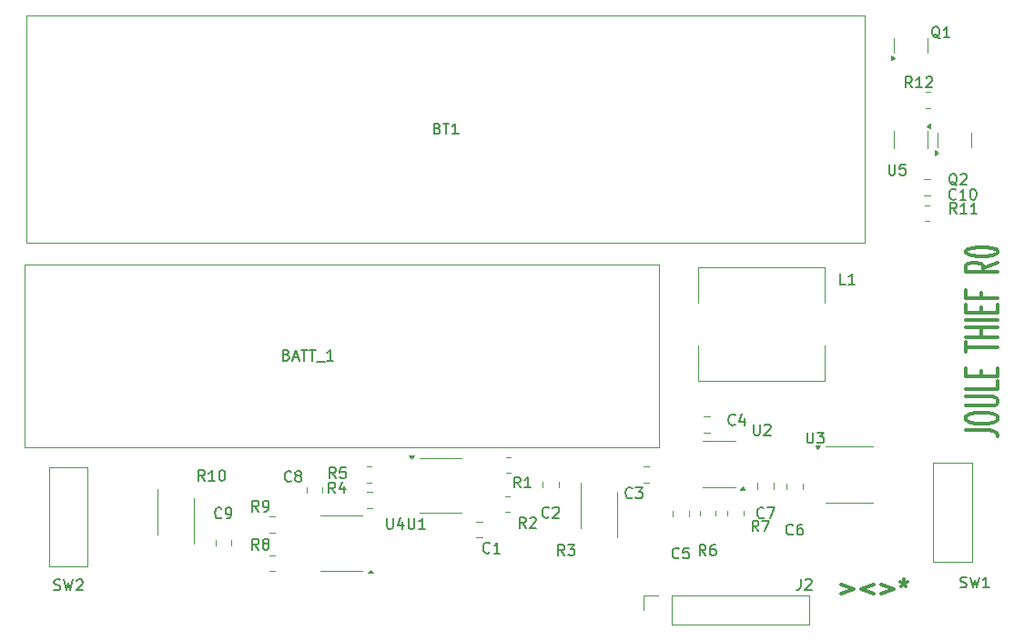
<source format=gto>
%TF.GenerationSoftware,KiCad,Pcbnew,9.0.0*%
%TF.CreationDate,2025-03-15T23:12:27-07:00*%
%TF.ProjectId,Joule-Thief_R6,4a6f756c-652d-4546-9869-65665f52362e,5*%
%TF.SameCoordinates,Original*%
%TF.FileFunction,Legend,Top*%
%TF.FilePolarity,Positive*%
%FSLAX46Y46*%
G04 Gerber Fmt 4.6, Leading zero omitted, Abs format (unit mm)*
G04 Created by KiCad (PCBNEW 9.0.0) date 2025-03-15 23:12:27*
%MOMM*%
%LPD*%
G01*
G04 APERTURE LIST*
%ADD10C,0.375000*%
%ADD11C,0.160000*%
%ADD12C,0.120000*%
%ADD13C,0.100000*%
G04 APERTURE END LIST*
D10*
X148213357Y-70467575D02*
X150356214Y-70467575D01*
X150356214Y-70467575D02*
X150784785Y-70539004D01*
X150784785Y-70539004D02*
X151070500Y-70681861D01*
X151070500Y-70681861D02*
X151213357Y-70896147D01*
X151213357Y-70896147D02*
X151213357Y-71039004D01*
X148213357Y-69467575D02*
X148213357Y-69181861D01*
X148213357Y-69181861D02*
X148356214Y-69039004D01*
X148356214Y-69039004D02*
X148641928Y-68896147D01*
X148641928Y-68896147D02*
X149213357Y-68824718D01*
X149213357Y-68824718D02*
X150213357Y-68824718D01*
X150213357Y-68824718D02*
X150784785Y-68896147D01*
X150784785Y-68896147D02*
X151070500Y-69039004D01*
X151070500Y-69039004D02*
X151213357Y-69181861D01*
X151213357Y-69181861D02*
X151213357Y-69467575D01*
X151213357Y-69467575D02*
X151070500Y-69610433D01*
X151070500Y-69610433D02*
X150784785Y-69753290D01*
X150784785Y-69753290D02*
X150213357Y-69824718D01*
X150213357Y-69824718D02*
X149213357Y-69824718D01*
X149213357Y-69824718D02*
X148641928Y-69753290D01*
X148641928Y-69753290D02*
X148356214Y-69610433D01*
X148356214Y-69610433D02*
X148213357Y-69467575D01*
X148213357Y-68181861D02*
X150641928Y-68181861D01*
X150641928Y-68181861D02*
X150927642Y-68110432D01*
X150927642Y-68110432D02*
X151070500Y-68039004D01*
X151070500Y-68039004D02*
X151213357Y-67896146D01*
X151213357Y-67896146D02*
X151213357Y-67610432D01*
X151213357Y-67610432D02*
X151070500Y-67467575D01*
X151070500Y-67467575D02*
X150927642Y-67396146D01*
X150927642Y-67396146D02*
X150641928Y-67324718D01*
X150641928Y-67324718D02*
X148213357Y-67324718D01*
X151213357Y-65896146D02*
X151213357Y-66610432D01*
X151213357Y-66610432D02*
X148213357Y-66610432D01*
X149641928Y-65396146D02*
X149641928Y-64896146D01*
X151213357Y-64681860D02*
X151213357Y-65396146D01*
X151213357Y-65396146D02*
X148213357Y-65396146D01*
X148213357Y-65396146D02*
X148213357Y-64681860D01*
X148213357Y-63110431D02*
X148213357Y-62253289D01*
X151213357Y-62681860D02*
X148213357Y-62681860D01*
X151213357Y-61753289D02*
X148213357Y-61753289D01*
X149641928Y-61753289D02*
X149641928Y-60896146D01*
X151213357Y-60896146D02*
X148213357Y-60896146D01*
X151213357Y-60181860D02*
X148213357Y-60181860D01*
X149641928Y-59467574D02*
X149641928Y-58967574D01*
X151213357Y-58753288D02*
X151213357Y-59467574D01*
X151213357Y-59467574D02*
X148213357Y-59467574D01*
X148213357Y-59467574D02*
X148213357Y-58753288D01*
X149641928Y-57610431D02*
X149641928Y-58110431D01*
X151213357Y-58110431D02*
X148213357Y-58110431D01*
X148213357Y-58110431D02*
X148213357Y-57396145D01*
X151213357Y-54824717D02*
X149784785Y-55324717D01*
X151213357Y-55681860D02*
X148213357Y-55681860D01*
X148213357Y-55681860D02*
X148213357Y-55110431D01*
X148213357Y-55110431D02*
X148356214Y-54967574D01*
X148356214Y-54967574D02*
X148499071Y-54896145D01*
X148499071Y-54896145D02*
X148784785Y-54824717D01*
X148784785Y-54824717D02*
X149213357Y-54824717D01*
X149213357Y-54824717D02*
X149499071Y-54896145D01*
X149499071Y-54896145D02*
X149641928Y-54967574D01*
X149641928Y-54967574D02*
X149784785Y-55110431D01*
X149784785Y-55110431D02*
X149784785Y-55681860D01*
X148213357Y-53896145D02*
X148213357Y-53753288D01*
X148213357Y-53753288D02*
X148356214Y-53610431D01*
X148356214Y-53610431D02*
X148499071Y-53539003D01*
X148499071Y-53539003D02*
X148784785Y-53467574D01*
X148784785Y-53467574D02*
X149356214Y-53396145D01*
X149356214Y-53396145D02*
X150070500Y-53396145D01*
X150070500Y-53396145D02*
X150641928Y-53467574D01*
X150641928Y-53467574D02*
X150927642Y-53539003D01*
X150927642Y-53539003D02*
X151070500Y-53610431D01*
X151070500Y-53610431D02*
X151213357Y-53753288D01*
X151213357Y-53753288D02*
X151213357Y-53896145D01*
X151213357Y-53896145D02*
X151070500Y-54039003D01*
X151070500Y-54039003D02*
X150927642Y-54110431D01*
X150927642Y-54110431D02*
X150641928Y-54181860D01*
X150641928Y-54181860D02*
X150070500Y-54253288D01*
X150070500Y-54253288D02*
X149356214Y-54253288D01*
X149356214Y-54253288D02*
X148784785Y-54181860D01*
X148784785Y-54181860D02*
X148499071Y-54110431D01*
X148499071Y-54110431D02*
X148356214Y-54039003D01*
X148356214Y-54039003D02*
X148213357Y-53896145D01*
X136653852Y-84846928D02*
X137796710Y-85275500D01*
X137796710Y-85275500D02*
X136653852Y-85704071D01*
X139653853Y-84846928D02*
X138510995Y-85275500D01*
X138510995Y-85275500D02*
X139653853Y-85704071D01*
X140368138Y-84846928D02*
X141510996Y-85275500D01*
X141510996Y-85275500D02*
X140368138Y-85704071D01*
X142439567Y-84346928D02*
X142439567Y-84704071D01*
X142082424Y-84561214D02*
X142439567Y-84704071D01*
X142439567Y-84704071D02*
X142796710Y-84561214D01*
X142225281Y-84989785D02*
X142439567Y-84704071D01*
X142439567Y-84704071D02*
X142653853Y-84989785D01*
D11*
X94363095Y-78629299D02*
X94363095Y-79438822D01*
X94363095Y-79438822D02*
X94410714Y-79534060D01*
X94410714Y-79534060D02*
X94458333Y-79581680D01*
X94458333Y-79581680D02*
X94553571Y-79629299D01*
X94553571Y-79629299D02*
X94744047Y-79629299D01*
X94744047Y-79629299D02*
X94839285Y-79581680D01*
X94839285Y-79581680D02*
X94886904Y-79534060D01*
X94886904Y-79534060D02*
X94934523Y-79438822D01*
X94934523Y-79438822D02*
X94934523Y-78629299D01*
X95839285Y-78962632D02*
X95839285Y-79629299D01*
X95601190Y-78581680D02*
X95363095Y-79295965D01*
X95363095Y-79295965D02*
X95982142Y-79295965D01*
X89608333Y-74904299D02*
X89275000Y-74428108D01*
X89036905Y-74904299D02*
X89036905Y-73904299D01*
X89036905Y-73904299D02*
X89417857Y-73904299D01*
X89417857Y-73904299D02*
X89513095Y-73951918D01*
X89513095Y-73951918D02*
X89560714Y-73999537D01*
X89560714Y-73999537D02*
X89608333Y-74094775D01*
X89608333Y-74094775D02*
X89608333Y-74237632D01*
X89608333Y-74237632D02*
X89560714Y-74332870D01*
X89560714Y-74332870D02*
X89513095Y-74380489D01*
X89513095Y-74380489D02*
X89417857Y-74428108D01*
X89417857Y-74428108D02*
X89036905Y-74428108D01*
X90513095Y-73904299D02*
X90036905Y-73904299D01*
X90036905Y-73904299D02*
X89989286Y-74380489D01*
X89989286Y-74380489D02*
X90036905Y-74332870D01*
X90036905Y-74332870D02*
X90132143Y-74285251D01*
X90132143Y-74285251D02*
X90370238Y-74285251D01*
X90370238Y-74285251D02*
X90465476Y-74332870D01*
X90465476Y-74332870D02*
X90513095Y-74380489D01*
X90513095Y-74380489D02*
X90560714Y-74475727D01*
X90560714Y-74475727D02*
X90560714Y-74713822D01*
X90560714Y-74713822D02*
X90513095Y-74809060D01*
X90513095Y-74809060D02*
X90465476Y-74856680D01*
X90465476Y-74856680D02*
X90370238Y-74904299D01*
X90370238Y-74904299D02*
X90132143Y-74904299D01*
X90132143Y-74904299D02*
X90036905Y-74856680D01*
X90036905Y-74856680D02*
X89989286Y-74809060D01*
X89558333Y-76304299D02*
X89225000Y-75828108D01*
X88986905Y-76304299D02*
X88986905Y-75304299D01*
X88986905Y-75304299D02*
X89367857Y-75304299D01*
X89367857Y-75304299D02*
X89463095Y-75351918D01*
X89463095Y-75351918D02*
X89510714Y-75399537D01*
X89510714Y-75399537D02*
X89558333Y-75494775D01*
X89558333Y-75494775D02*
X89558333Y-75637632D01*
X89558333Y-75637632D02*
X89510714Y-75732870D01*
X89510714Y-75732870D02*
X89463095Y-75780489D01*
X89463095Y-75780489D02*
X89367857Y-75828108D01*
X89367857Y-75828108D02*
X88986905Y-75828108D01*
X90415476Y-75637632D02*
X90415476Y-76304299D01*
X90177381Y-75256680D02*
X89939286Y-75970965D01*
X89939286Y-75970965D02*
X90558333Y-75970965D01*
X99064285Y-42330489D02*
X99207142Y-42378108D01*
X99207142Y-42378108D02*
X99254761Y-42425727D01*
X99254761Y-42425727D02*
X99302380Y-42520965D01*
X99302380Y-42520965D02*
X99302380Y-42663822D01*
X99302380Y-42663822D02*
X99254761Y-42759060D01*
X99254761Y-42759060D02*
X99207142Y-42806680D01*
X99207142Y-42806680D02*
X99111904Y-42854299D01*
X99111904Y-42854299D02*
X98730952Y-42854299D01*
X98730952Y-42854299D02*
X98730952Y-41854299D01*
X98730952Y-41854299D02*
X99064285Y-41854299D01*
X99064285Y-41854299D02*
X99159523Y-41901918D01*
X99159523Y-41901918D02*
X99207142Y-41949537D01*
X99207142Y-41949537D02*
X99254761Y-42044775D01*
X99254761Y-42044775D02*
X99254761Y-42140013D01*
X99254761Y-42140013D02*
X99207142Y-42235251D01*
X99207142Y-42235251D02*
X99159523Y-42282870D01*
X99159523Y-42282870D02*
X99064285Y-42330489D01*
X99064285Y-42330489D02*
X98730952Y-42330489D01*
X99588095Y-41854299D02*
X100159523Y-41854299D01*
X99873809Y-42854299D02*
X99873809Y-41854299D01*
X101016666Y-42854299D02*
X100445238Y-42854299D01*
X100730952Y-42854299D02*
X100730952Y-41854299D01*
X100730952Y-41854299D02*
X100635714Y-41997156D01*
X100635714Y-41997156D02*
X100540476Y-42092394D01*
X100540476Y-42092394D02*
X100445238Y-42140013D01*
X137033333Y-56854299D02*
X136557143Y-56854299D01*
X136557143Y-56854299D02*
X136557143Y-55854299D01*
X137890476Y-56854299D02*
X137319048Y-56854299D01*
X137604762Y-56854299D02*
X137604762Y-55854299D01*
X137604762Y-55854299D02*
X137509524Y-55997156D01*
X137509524Y-55997156D02*
X137414286Y-56092394D01*
X137414286Y-56092394D02*
X137319048Y-56140013D01*
X147716667Y-85056680D02*
X147859524Y-85104299D01*
X147859524Y-85104299D02*
X148097619Y-85104299D01*
X148097619Y-85104299D02*
X148192857Y-85056680D01*
X148192857Y-85056680D02*
X148240476Y-85009060D01*
X148240476Y-85009060D02*
X148288095Y-84913822D01*
X148288095Y-84913822D02*
X148288095Y-84818584D01*
X148288095Y-84818584D02*
X148240476Y-84723346D01*
X148240476Y-84723346D02*
X148192857Y-84675727D01*
X148192857Y-84675727D02*
X148097619Y-84628108D01*
X148097619Y-84628108D02*
X147907143Y-84580489D01*
X147907143Y-84580489D02*
X147811905Y-84532870D01*
X147811905Y-84532870D02*
X147764286Y-84485251D01*
X147764286Y-84485251D02*
X147716667Y-84390013D01*
X147716667Y-84390013D02*
X147716667Y-84294775D01*
X147716667Y-84294775D02*
X147764286Y-84199537D01*
X147764286Y-84199537D02*
X147811905Y-84151918D01*
X147811905Y-84151918D02*
X147907143Y-84104299D01*
X147907143Y-84104299D02*
X148145238Y-84104299D01*
X148145238Y-84104299D02*
X148288095Y-84151918D01*
X148621429Y-84104299D02*
X148859524Y-85104299D01*
X148859524Y-85104299D02*
X149050000Y-84390013D01*
X149050000Y-84390013D02*
X149240476Y-85104299D01*
X149240476Y-85104299D02*
X149478572Y-84104299D01*
X150383333Y-85104299D02*
X149811905Y-85104299D01*
X150097619Y-85104299D02*
X150097619Y-84104299D01*
X150097619Y-84104299D02*
X150002381Y-84247156D01*
X150002381Y-84247156D02*
X149907143Y-84342394D01*
X149907143Y-84342394D02*
X149811905Y-84390013D01*
X63416667Y-85306680D02*
X63559524Y-85354299D01*
X63559524Y-85354299D02*
X63797619Y-85354299D01*
X63797619Y-85354299D02*
X63892857Y-85306680D01*
X63892857Y-85306680D02*
X63940476Y-85259060D01*
X63940476Y-85259060D02*
X63988095Y-85163822D01*
X63988095Y-85163822D02*
X63988095Y-85068584D01*
X63988095Y-85068584D02*
X63940476Y-84973346D01*
X63940476Y-84973346D02*
X63892857Y-84925727D01*
X63892857Y-84925727D02*
X63797619Y-84878108D01*
X63797619Y-84878108D02*
X63607143Y-84830489D01*
X63607143Y-84830489D02*
X63511905Y-84782870D01*
X63511905Y-84782870D02*
X63464286Y-84735251D01*
X63464286Y-84735251D02*
X63416667Y-84640013D01*
X63416667Y-84640013D02*
X63416667Y-84544775D01*
X63416667Y-84544775D02*
X63464286Y-84449537D01*
X63464286Y-84449537D02*
X63511905Y-84401918D01*
X63511905Y-84401918D02*
X63607143Y-84354299D01*
X63607143Y-84354299D02*
X63845238Y-84354299D01*
X63845238Y-84354299D02*
X63988095Y-84401918D01*
X64321429Y-84354299D02*
X64559524Y-85354299D01*
X64559524Y-85354299D02*
X64750000Y-84640013D01*
X64750000Y-84640013D02*
X64940476Y-85354299D01*
X64940476Y-85354299D02*
X65178572Y-84354299D01*
X65511905Y-84449537D02*
X65559524Y-84401918D01*
X65559524Y-84401918D02*
X65654762Y-84354299D01*
X65654762Y-84354299D02*
X65892857Y-84354299D01*
X65892857Y-84354299D02*
X65988095Y-84401918D01*
X65988095Y-84401918D02*
X66035714Y-84449537D01*
X66035714Y-84449537D02*
X66083333Y-84544775D01*
X66083333Y-84544775D02*
X66083333Y-84640013D01*
X66083333Y-84640013D02*
X66035714Y-84782870D01*
X66035714Y-84782870D02*
X65464286Y-85354299D01*
X65464286Y-85354299D02*
X66083333Y-85354299D01*
X85026309Y-63430489D02*
X85169166Y-63478108D01*
X85169166Y-63478108D02*
X85216785Y-63525727D01*
X85216785Y-63525727D02*
X85264404Y-63620965D01*
X85264404Y-63620965D02*
X85264404Y-63763822D01*
X85264404Y-63763822D02*
X85216785Y-63859060D01*
X85216785Y-63859060D02*
X85169166Y-63906680D01*
X85169166Y-63906680D02*
X85073928Y-63954299D01*
X85073928Y-63954299D02*
X84692976Y-63954299D01*
X84692976Y-63954299D02*
X84692976Y-62954299D01*
X84692976Y-62954299D02*
X85026309Y-62954299D01*
X85026309Y-62954299D02*
X85121547Y-63001918D01*
X85121547Y-63001918D02*
X85169166Y-63049537D01*
X85169166Y-63049537D02*
X85216785Y-63144775D01*
X85216785Y-63144775D02*
X85216785Y-63240013D01*
X85216785Y-63240013D02*
X85169166Y-63335251D01*
X85169166Y-63335251D02*
X85121547Y-63382870D01*
X85121547Y-63382870D02*
X85026309Y-63430489D01*
X85026309Y-63430489D02*
X84692976Y-63430489D01*
X85645357Y-63668584D02*
X86121547Y-63668584D01*
X85550119Y-63954299D02*
X85883452Y-62954299D01*
X85883452Y-62954299D02*
X86216785Y-63954299D01*
X86407262Y-62954299D02*
X86978690Y-62954299D01*
X86692976Y-63954299D02*
X86692976Y-62954299D01*
X87169167Y-62954299D02*
X87740595Y-62954299D01*
X87454881Y-63954299D02*
X87454881Y-62954299D01*
X87835834Y-64049537D02*
X88597738Y-64049537D01*
X89359643Y-63954299D02*
X88788215Y-63954299D01*
X89073929Y-63954299D02*
X89073929Y-62954299D01*
X89073929Y-62954299D02*
X88978691Y-63097156D01*
X88978691Y-63097156D02*
X88883453Y-63192394D01*
X88883453Y-63192394D02*
X88788215Y-63240013D01*
X106783333Y-75804299D02*
X106450000Y-75328108D01*
X106211905Y-75804299D02*
X106211905Y-74804299D01*
X106211905Y-74804299D02*
X106592857Y-74804299D01*
X106592857Y-74804299D02*
X106688095Y-74851918D01*
X106688095Y-74851918D02*
X106735714Y-74899537D01*
X106735714Y-74899537D02*
X106783333Y-74994775D01*
X106783333Y-74994775D02*
X106783333Y-75137632D01*
X106783333Y-75137632D02*
X106735714Y-75232870D01*
X106735714Y-75232870D02*
X106688095Y-75280489D01*
X106688095Y-75280489D02*
X106592857Y-75328108D01*
X106592857Y-75328108D02*
X106211905Y-75328108D01*
X107735714Y-75804299D02*
X107164286Y-75804299D01*
X107450000Y-75804299D02*
X107450000Y-74804299D01*
X107450000Y-74804299D02*
X107354762Y-74947156D01*
X107354762Y-74947156D02*
X107259524Y-75042394D01*
X107259524Y-75042394D02*
X107164286Y-75090013D01*
X133438095Y-70654299D02*
X133438095Y-71463822D01*
X133438095Y-71463822D02*
X133485714Y-71559060D01*
X133485714Y-71559060D02*
X133533333Y-71606680D01*
X133533333Y-71606680D02*
X133628571Y-71654299D01*
X133628571Y-71654299D02*
X133819047Y-71654299D01*
X133819047Y-71654299D02*
X133914285Y-71606680D01*
X133914285Y-71606680D02*
X133961904Y-71559060D01*
X133961904Y-71559060D02*
X134009523Y-71463822D01*
X134009523Y-71463822D02*
X134009523Y-70654299D01*
X134390476Y-70654299D02*
X135009523Y-70654299D01*
X135009523Y-70654299D02*
X134676190Y-71035251D01*
X134676190Y-71035251D02*
X134819047Y-71035251D01*
X134819047Y-71035251D02*
X134914285Y-71082870D01*
X134914285Y-71082870D02*
X134961904Y-71130489D01*
X134961904Y-71130489D02*
X135009523Y-71225727D01*
X135009523Y-71225727D02*
X135009523Y-71463822D01*
X135009523Y-71463822D02*
X134961904Y-71559060D01*
X134961904Y-71559060D02*
X134914285Y-71606680D01*
X134914285Y-71606680D02*
X134819047Y-71654299D01*
X134819047Y-71654299D02*
X134533333Y-71654299D01*
X134533333Y-71654299D02*
X134438095Y-71606680D01*
X134438095Y-71606680D02*
X134390476Y-71559060D01*
X128488095Y-69904299D02*
X128488095Y-70713822D01*
X128488095Y-70713822D02*
X128535714Y-70809060D01*
X128535714Y-70809060D02*
X128583333Y-70856680D01*
X128583333Y-70856680D02*
X128678571Y-70904299D01*
X128678571Y-70904299D02*
X128869047Y-70904299D01*
X128869047Y-70904299D02*
X128964285Y-70856680D01*
X128964285Y-70856680D02*
X129011904Y-70809060D01*
X129011904Y-70809060D02*
X129059523Y-70713822D01*
X129059523Y-70713822D02*
X129059523Y-69904299D01*
X129488095Y-69999537D02*
X129535714Y-69951918D01*
X129535714Y-69951918D02*
X129630952Y-69904299D01*
X129630952Y-69904299D02*
X129869047Y-69904299D01*
X129869047Y-69904299D02*
X129964285Y-69951918D01*
X129964285Y-69951918D02*
X130011904Y-69999537D01*
X130011904Y-69999537D02*
X130059523Y-70094775D01*
X130059523Y-70094775D02*
X130059523Y-70190013D01*
X130059523Y-70190013D02*
X130011904Y-70332870D01*
X130011904Y-70332870D02*
X129440476Y-70904299D01*
X129440476Y-70904299D02*
X130059523Y-70904299D01*
X117183333Y-76696560D02*
X117135714Y-76744180D01*
X117135714Y-76744180D02*
X116992857Y-76791799D01*
X116992857Y-76791799D02*
X116897619Y-76791799D01*
X116897619Y-76791799D02*
X116754762Y-76744180D01*
X116754762Y-76744180D02*
X116659524Y-76648941D01*
X116659524Y-76648941D02*
X116611905Y-76553703D01*
X116611905Y-76553703D02*
X116564286Y-76363227D01*
X116564286Y-76363227D02*
X116564286Y-76220370D01*
X116564286Y-76220370D02*
X116611905Y-76029894D01*
X116611905Y-76029894D02*
X116659524Y-75934656D01*
X116659524Y-75934656D02*
X116754762Y-75839418D01*
X116754762Y-75839418D02*
X116897619Y-75791799D01*
X116897619Y-75791799D02*
X116992857Y-75791799D01*
X116992857Y-75791799D02*
X117135714Y-75839418D01*
X117135714Y-75839418D02*
X117183333Y-75887037D01*
X117516667Y-75791799D02*
X118135714Y-75791799D01*
X118135714Y-75791799D02*
X117802381Y-76172751D01*
X117802381Y-76172751D02*
X117945238Y-76172751D01*
X117945238Y-76172751D02*
X118040476Y-76220370D01*
X118040476Y-76220370D02*
X118088095Y-76267989D01*
X118088095Y-76267989D02*
X118135714Y-76363227D01*
X118135714Y-76363227D02*
X118135714Y-76601322D01*
X118135714Y-76601322D02*
X118088095Y-76696560D01*
X118088095Y-76696560D02*
X118040476Y-76744180D01*
X118040476Y-76744180D02*
X117945238Y-76791799D01*
X117945238Y-76791799D02*
X117659524Y-76791799D01*
X117659524Y-76791799D02*
X117564286Y-76744180D01*
X117564286Y-76744180D02*
X117516667Y-76696560D01*
X143207142Y-38529299D02*
X142873809Y-38053108D01*
X142635714Y-38529299D02*
X142635714Y-37529299D01*
X142635714Y-37529299D02*
X143016666Y-37529299D01*
X143016666Y-37529299D02*
X143111904Y-37576918D01*
X143111904Y-37576918D02*
X143159523Y-37624537D01*
X143159523Y-37624537D02*
X143207142Y-37719775D01*
X143207142Y-37719775D02*
X143207142Y-37862632D01*
X143207142Y-37862632D02*
X143159523Y-37957870D01*
X143159523Y-37957870D02*
X143111904Y-38005489D01*
X143111904Y-38005489D02*
X143016666Y-38053108D01*
X143016666Y-38053108D02*
X142635714Y-38053108D01*
X144159523Y-38529299D02*
X143588095Y-38529299D01*
X143873809Y-38529299D02*
X143873809Y-37529299D01*
X143873809Y-37529299D02*
X143778571Y-37672156D01*
X143778571Y-37672156D02*
X143683333Y-37767394D01*
X143683333Y-37767394D02*
X143588095Y-37815013D01*
X144540476Y-37624537D02*
X144588095Y-37576918D01*
X144588095Y-37576918D02*
X144683333Y-37529299D01*
X144683333Y-37529299D02*
X144921428Y-37529299D01*
X144921428Y-37529299D02*
X145016666Y-37576918D01*
X145016666Y-37576918D02*
X145064285Y-37624537D01*
X145064285Y-37624537D02*
X145111904Y-37719775D01*
X145111904Y-37719775D02*
X145111904Y-37815013D01*
X145111904Y-37815013D02*
X145064285Y-37957870D01*
X145064285Y-37957870D02*
X144492857Y-38529299D01*
X144492857Y-38529299D02*
X145111904Y-38529299D01*
X124033333Y-82104299D02*
X123700000Y-81628108D01*
X123461905Y-82104299D02*
X123461905Y-81104299D01*
X123461905Y-81104299D02*
X123842857Y-81104299D01*
X123842857Y-81104299D02*
X123938095Y-81151918D01*
X123938095Y-81151918D02*
X123985714Y-81199537D01*
X123985714Y-81199537D02*
X124033333Y-81294775D01*
X124033333Y-81294775D02*
X124033333Y-81437632D01*
X124033333Y-81437632D02*
X123985714Y-81532870D01*
X123985714Y-81532870D02*
X123938095Y-81580489D01*
X123938095Y-81580489D02*
X123842857Y-81628108D01*
X123842857Y-81628108D02*
X123461905Y-81628108D01*
X124890476Y-81104299D02*
X124700000Y-81104299D01*
X124700000Y-81104299D02*
X124604762Y-81151918D01*
X124604762Y-81151918D02*
X124557143Y-81199537D01*
X124557143Y-81199537D02*
X124461905Y-81342394D01*
X124461905Y-81342394D02*
X124414286Y-81532870D01*
X124414286Y-81532870D02*
X124414286Y-81913822D01*
X124414286Y-81913822D02*
X124461905Y-82009060D01*
X124461905Y-82009060D02*
X124509524Y-82056680D01*
X124509524Y-82056680D02*
X124604762Y-82104299D01*
X124604762Y-82104299D02*
X124795238Y-82104299D01*
X124795238Y-82104299D02*
X124890476Y-82056680D01*
X124890476Y-82056680D02*
X124938095Y-82009060D01*
X124938095Y-82009060D02*
X124985714Y-81913822D01*
X124985714Y-81913822D02*
X124985714Y-81675727D01*
X124985714Y-81675727D02*
X124938095Y-81580489D01*
X124938095Y-81580489D02*
X124890476Y-81532870D01*
X124890476Y-81532870D02*
X124795238Y-81485251D01*
X124795238Y-81485251D02*
X124604762Y-81485251D01*
X124604762Y-81485251D02*
X124509524Y-81532870D01*
X124509524Y-81532870D02*
X124461905Y-81580489D01*
X124461905Y-81580489D02*
X124414286Y-81675727D01*
X82438333Y-81564299D02*
X82105000Y-81088108D01*
X81866905Y-81564299D02*
X81866905Y-80564299D01*
X81866905Y-80564299D02*
X82247857Y-80564299D01*
X82247857Y-80564299D02*
X82343095Y-80611918D01*
X82343095Y-80611918D02*
X82390714Y-80659537D01*
X82390714Y-80659537D02*
X82438333Y-80754775D01*
X82438333Y-80754775D02*
X82438333Y-80897632D01*
X82438333Y-80897632D02*
X82390714Y-80992870D01*
X82390714Y-80992870D02*
X82343095Y-81040489D01*
X82343095Y-81040489D02*
X82247857Y-81088108D01*
X82247857Y-81088108D02*
X81866905Y-81088108D01*
X83009762Y-80992870D02*
X82914524Y-80945251D01*
X82914524Y-80945251D02*
X82866905Y-80897632D01*
X82866905Y-80897632D02*
X82819286Y-80802394D01*
X82819286Y-80802394D02*
X82819286Y-80754775D01*
X82819286Y-80754775D02*
X82866905Y-80659537D01*
X82866905Y-80659537D02*
X82914524Y-80611918D01*
X82914524Y-80611918D02*
X83009762Y-80564299D01*
X83009762Y-80564299D02*
X83200238Y-80564299D01*
X83200238Y-80564299D02*
X83295476Y-80611918D01*
X83295476Y-80611918D02*
X83343095Y-80659537D01*
X83343095Y-80659537D02*
X83390714Y-80754775D01*
X83390714Y-80754775D02*
X83390714Y-80802394D01*
X83390714Y-80802394D02*
X83343095Y-80897632D01*
X83343095Y-80897632D02*
X83295476Y-80945251D01*
X83295476Y-80945251D02*
X83200238Y-80992870D01*
X83200238Y-80992870D02*
X83009762Y-80992870D01*
X83009762Y-80992870D02*
X82914524Y-81040489D01*
X82914524Y-81040489D02*
X82866905Y-81088108D01*
X82866905Y-81088108D02*
X82819286Y-81183346D01*
X82819286Y-81183346D02*
X82819286Y-81373822D01*
X82819286Y-81373822D02*
X82866905Y-81469060D01*
X82866905Y-81469060D02*
X82914524Y-81516680D01*
X82914524Y-81516680D02*
X83009762Y-81564299D01*
X83009762Y-81564299D02*
X83200238Y-81564299D01*
X83200238Y-81564299D02*
X83295476Y-81516680D01*
X83295476Y-81516680D02*
X83343095Y-81469060D01*
X83343095Y-81469060D02*
X83390714Y-81373822D01*
X83390714Y-81373822D02*
X83390714Y-81183346D01*
X83390714Y-81183346D02*
X83343095Y-81088108D01*
X83343095Y-81088108D02*
X83295476Y-81040489D01*
X83295476Y-81040489D02*
X83200238Y-80992870D01*
X82438333Y-78014299D02*
X82105000Y-77538108D01*
X81866905Y-78014299D02*
X81866905Y-77014299D01*
X81866905Y-77014299D02*
X82247857Y-77014299D01*
X82247857Y-77014299D02*
X82343095Y-77061918D01*
X82343095Y-77061918D02*
X82390714Y-77109537D01*
X82390714Y-77109537D02*
X82438333Y-77204775D01*
X82438333Y-77204775D02*
X82438333Y-77347632D01*
X82438333Y-77347632D02*
X82390714Y-77442870D01*
X82390714Y-77442870D02*
X82343095Y-77490489D01*
X82343095Y-77490489D02*
X82247857Y-77538108D01*
X82247857Y-77538108D02*
X81866905Y-77538108D01*
X82914524Y-78014299D02*
X83105000Y-78014299D01*
X83105000Y-78014299D02*
X83200238Y-77966680D01*
X83200238Y-77966680D02*
X83247857Y-77919060D01*
X83247857Y-77919060D02*
X83343095Y-77776203D01*
X83343095Y-77776203D02*
X83390714Y-77585727D01*
X83390714Y-77585727D02*
X83390714Y-77204775D01*
X83390714Y-77204775D02*
X83343095Y-77109537D01*
X83343095Y-77109537D02*
X83295476Y-77061918D01*
X83295476Y-77061918D02*
X83200238Y-77014299D01*
X83200238Y-77014299D02*
X83009762Y-77014299D01*
X83009762Y-77014299D02*
X82914524Y-77061918D01*
X82914524Y-77061918D02*
X82866905Y-77109537D01*
X82866905Y-77109537D02*
X82819286Y-77204775D01*
X82819286Y-77204775D02*
X82819286Y-77442870D01*
X82819286Y-77442870D02*
X82866905Y-77538108D01*
X82866905Y-77538108D02*
X82914524Y-77585727D01*
X82914524Y-77585727D02*
X83009762Y-77633346D01*
X83009762Y-77633346D02*
X83200238Y-77633346D01*
X83200238Y-77633346D02*
X83295476Y-77585727D01*
X83295476Y-77585727D02*
X83343095Y-77538108D01*
X83343095Y-77538108D02*
X83390714Y-77442870D01*
X109433333Y-78509060D02*
X109385714Y-78556680D01*
X109385714Y-78556680D02*
X109242857Y-78604299D01*
X109242857Y-78604299D02*
X109147619Y-78604299D01*
X109147619Y-78604299D02*
X109004762Y-78556680D01*
X109004762Y-78556680D02*
X108909524Y-78461441D01*
X108909524Y-78461441D02*
X108861905Y-78366203D01*
X108861905Y-78366203D02*
X108814286Y-78175727D01*
X108814286Y-78175727D02*
X108814286Y-78032870D01*
X108814286Y-78032870D02*
X108861905Y-77842394D01*
X108861905Y-77842394D02*
X108909524Y-77747156D01*
X108909524Y-77747156D02*
X109004762Y-77651918D01*
X109004762Y-77651918D02*
X109147619Y-77604299D01*
X109147619Y-77604299D02*
X109242857Y-77604299D01*
X109242857Y-77604299D02*
X109385714Y-77651918D01*
X109385714Y-77651918D02*
X109433333Y-77699537D01*
X109814286Y-77699537D02*
X109861905Y-77651918D01*
X109861905Y-77651918D02*
X109957143Y-77604299D01*
X109957143Y-77604299D02*
X110195238Y-77604299D01*
X110195238Y-77604299D02*
X110290476Y-77651918D01*
X110290476Y-77651918D02*
X110338095Y-77699537D01*
X110338095Y-77699537D02*
X110385714Y-77794775D01*
X110385714Y-77794775D02*
X110385714Y-77890013D01*
X110385714Y-77890013D02*
X110338095Y-78032870D01*
X110338095Y-78032870D02*
X109766667Y-78604299D01*
X109766667Y-78604299D02*
X110385714Y-78604299D01*
X145804761Y-33949537D02*
X145709523Y-33901918D01*
X145709523Y-33901918D02*
X145614285Y-33806680D01*
X145614285Y-33806680D02*
X145471428Y-33663822D01*
X145471428Y-33663822D02*
X145376190Y-33616203D01*
X145376190Y-33616203D02*
X145280952Y-33616203D01*
X145328571Y-33854299D02*
X145233333Y-33806680D01*
X145233333Y-33806680D02*
X145138095Y-33711441D01*
X145138095Y-33711441D02*
X145090476Y-33520965D01*
X145090476Y-33520965D02*
X145090476Y-33187632D01*
X145090476Y-33187632D02*
X145138095Y-32997156D01*
X145138095Y-32997156D02*
X145233333Y-32901918D01*
X145233333Y-32901918D02*
X145328571Y-32854299D01*
X145328571Y-32854299D02*
X145519047Y-32854299D01*
X145519047Y-32854299D02*
X145614285Y-32901918D01*
X145614285Y-32901918D02*
X145709523Y-32997156D01*
X145709523Y-32997156D02*
X145757142Y-33187632D01*
X145757142Y-33187632D02*
X145757142Y-33520965D01*
X145757142Y-33520965D02*
X145709523Y-33711441D01*
X145709523Y-33711441D02*
X145614285Y-33806680D01*
X145614285Y-33806680D02*
X145519047Y-33854299D01*
X145519047Y-33854299D02*
X145328571Y-33854299D01*
X146709523Y-33854299D02*
X146138095Y-33854299D01*
X146423809Y-33854299D02*
X146423809Y-32854299D01*
X146423809Y-32854299D02*
X146328571Y-32997156D01*
X146328571Y-32997156D02*
X146233333Y-33092394D01*
X146233333Y-33092394D02*
X146138095Y-33140013D01*
X78975833Y-78569060D02*
X78928214Y-78616680D01*
X78928214Y-78616680D02*
X78785357Y-78664299D01*
X78785357Y-78664299D02*
X78690119Y-78664299D01*
X78690119Y-78664299D02*
X78547262Y-78616680D01*
X78547262Y-78616680D02*
X78452024Y-78521441D01*
X78452024Y-78521441D02*
X78404405Y-78426203D01*
X78404405Y-78426203D02*
X78356786Y-78235727D01*
X78356786Y-78235727D02*
X78356786Y-78092870D01*
X78356786Y-78092870D02*
X78404405Y-77902394D01*
X78404405Y-77902394D02*
X78452024Y-77807156D01*
X78452024Y-77807156D02*
X78547262Y-77711918D01*
X78547262Y-77711918D02*
X78690119Y-77664299D01*
X78690119Y-77664299D02*
X78785357Y-77664299D01*
X78785357Y-77664299D02*
X78928214Y-77711918D01*
X78928214Y-77711918D02*
X78975833Y-77759537D01*
X79452024Y-78664299D02*
X79642500Y-78664299D01*
X79642500Y-78664299D02*
X79737738Y-78616680D01*
X79737738Y-78616680D02*
X79785357Y-78569060D01*
X79785357Y-78569060D02*
X79880595Y-78426203D01*
X79880595Y-78426203D02*
X79928214Y-78235727D01*
X79928214Y-78235727D02*
X79928214Y-77854775D01*
X79928214Y-77854775D02*
X79880595Y-77759537D01*
X79880595Y-77759537D02*
X79832976Y-77711918D01*
X79832976Y-77711918D02*
X79737738Y-77664299D01*
X79737738Y-77664299D02*
X79547262Y-77664299D01*
X79547262Y-77664299D02*
X79452024Y-77711918D01*
X79452024Y-77711918D02*
X79404405Y-77759537D01*
X79404405Y-77759537D02*
X79356786Y-77854775D01*
X79356786Y-77854775D02*
X79356786Y-78092870D01*
X79356786Y-78092870D02*
X79404405Y-78188108D01*
X79404405Y-78188108D02*
X79452024Y-78235727D01*
X79452024Y-78235727D02*
X79547262Y-78283346D01*
X79547262Y-78283346D02*
X79737738Y-78283346D01*
X79737738Y-78283346D02*
X79832976Y-78235727D01*
X79832976Y-78235727D02*
X79880595Y-78188108D01*
X79880595Y-78188108D02*
X79928214Y-78092870D01*
X121533333Y-82309060D02*
X121485714Y-82356680D01*
X121485714Y-82356680D02*
X121342857Y-82404299D01*
X121342857Y-82404299D02*
X121247619Y-82404299D01*
X121247619Y-82404299D02*
X121104762Y-82356680D01*
X121104762Y-82356680D02*
X121009524Y-82261441D01*
X121009524Y-82261441D02*
X120961905Y-82166203D01*
X120961905Y-82166203D02*
X120914286Y-81975727D01*
X120914286Y-81975727D02*
X120914286Y-81832870D01*
X120914286Y-81832870D02*
X120961905Y-81642394D01*
X120961905Y-81642394D02*
X121009524Y-81547156D01*
X121009524Y-81547156D02*
X121104762Y-81451918D01*
X121104762Y-81451918D02*
X121247619Y-81404299D01*
X121247619Y-81404299D02*
X121342857Y-81404299D01*
X121342857Y-81404299D02*
X121485714Y-81451918D01*
X121485714Y-81451918D02*
X121533333Y-81499537D01*
X122438095Y-81404299D02*
X121961905Y-81404299D01*
X121961905Y-81404299D02*
X121914286Y-81880489D01*
X121914286Y-81880489D02*
X121961905Y-81832870D01*
X121961905Y-81832870D02*
X122057143Y-81785251D01*
X122057143Y-81785251D02*
X122295238Y-81785251D01*
X122295238Y-81785251D02*
X122390476Y-81832870D01*
X122390476Y-81832870D02*
X122438095Y-81880489D01*
X122438095Y-81880489D02*
X122485714Y-81975727D01*
X122485714Y-81975727D02*
X122485714Y-82213822D01*
X122485714Y-82213822D02*
X122438095Y-82309060D01*
X122438095Y-82309060D02*
X122390476Y-82356680D01*
X122390476Y-82356680D02*
X122295238Y-82404299D01*
X122295238Y-82404299D02*
X122057143Y-82404299D01*
X122057143Y-82404299D02*
X121961905Y-82356680D01*
X121961905Y-82356680D02*
X121914286Y-82309060D01*
X132876666Y-84304299D02*
X132876666Y-85018584D01*
X132876666Y-85018584D02*
X132829047Y-85161441D01*
X132829047Y-85161441D02*
X132733809Y-85256680D01*
X132733809Y-85256680D02*
X132590952Y-85304299D01*
X132590952Y-85304299D02*
X132495714Y-85304299D01*
X133305238Y-84399537D02*
X133352857Y-84351918D01*
X133352857Y-84351918D02*
X133448095Y-84304299D01*
X133448095Y-84304299D02*
X133686190Y-84304299D01*
X133686190Y-84304299D02*
X133781428Y-84351918D01*
X133781428Y-84351918D02*
X133829047Y-84399537D01*
X133829047Y-84399537D02*
X133876666Y-84494775D01*
X133876666Y-84494775D02*
X133876666Y-84590013D01*
X133876666Y-84590013D02*
X133829047Y-84732870D01*
X133829047Y-84732870D02*
X133257619Y-85304299D01*
X133257619Y-85304299D02*
X133876666Y-85304299D01*
X107283333Y-79554299D02*
X106950000Y-79078108D01*
X106711905Y-79554299D02*
X106711905Y-78554299D01*
X106711905Y-78554299D02*
X107092857Y-78554299D01*
X107092857Y-78554299D02*
X107188095Y-78601918D01*
X107188095Y-78601918D02*
X107235714Y-78649537D01*
X107235714Y-78649537D02*
X107283333Y-78744775D01*
X107283333Y-78744775D02*
X107283333Y-78887632D01*
X107283333Y-78887632D02*
X107235714Y-78982870D01*
X107235714Y-78982870D02*
X107188095Y-79030489D01*
X107188095Y-79030489D02*
X107092857Y-79078108D01*
X107092857Y-79078108D02*
X106711905Y-79078108D01*
X107664286Y-78649537D02*
X107711905Y-78601918D01*
X107711905Y-78601918D02*
X107807143Y-78554299D01*
X107807143Y-78554299D02*
X108045238Y-78554299D01*
X108045238Y-78554299D02*
X108140476Y-78601918D01*
X108140476Y-78601918D02*
X108188095Y-78649537D01*
X108188095Y-78649537D02*
X108235714Y-78744775D01*
X108235714Y-78744775D02*
X108235714Y-78840013D01*
X108235714Y-78840013D02*
X108188095Y-78982870D01*
X108188095Y-78982870D02*
X107616667Y-79554299D01*
X107616667Y-79554299D02*
X108235714Y-79554299D01*
X141063095Y-45679299D02*
X141063095Y-46488822D01*
X141063095Y-46488822D02*
X141110714Y-46584060D01*
X141110714Y-46584060D02*
X141158333Y-46631680D01*
X141158333Y-46631680D02*
X141253571Y-46679299D01*
X141253571Y-46679299D02*
X141444047Y-46679299D01*
X141444047Y-46679299D02*
X141539285Y-46631680D01*
X141539285Y-46631680D02*
X141586904Y-46584060D01*
X141586904Y-46584060D02*
X141634523Y-46488822D01*
X141634523Y-46488822D02*
X141634523Y-45679299D01*
X142586904Y-45679299D02*
X142110714Y-45679299D01*
X142110714Y-45679299D02*
X142063095Y-46155489D01*
X142063095Y-46155489D02*
X142110714Y-46107870D01*
X142110714Y-46107870D02*
X142205952Y-46060251D01*
X142205952Y-46060251D02*
X142444047Y-46060251D01*
X142444047Y-46060251D02*
X142539285Y-46107870D01*
X142539285Y-46107870D02*
X142586904Y-46155489D01*
X142586904Y-46155489D02*
X142634523Y-46250727D01*
X142634523Y-46250727D02*
X142634523Y-46488822D01*
X142634523Y-46488822D02*
X142586904Y-46584060D01*
X142586904Y-46584060D02*
X142539285Y-46631680D01*
X142539285Y-46631680D02*
X142444047Y-46679299D01*
X142444047Y-46679299D02*
X142205952Y-46679299D01*
X142205952Y-46679299D02*
X142110714Y-46631680D01*
X142110714Y-46631680D02*
X142063095Y-46584060D01*
X126758333Y-69884060D02*
X126710714Y-69931680D01*
X126710714Y-69931680D02*
X126567857Y-69979299D01*
X126567857Y-69979299D02*
X126472619Y-69979299D01*
X126472619Y-69979299D02*
X126329762Y-69931680D01*
X126329762Y-69931680D02*
X126234524Y-69836441D01*
X126234524Y-69836441D02*
X126186905Y-69741203D01*
X126186905Y-69741203D02*
X126139286Y-69550727D01*
X126139286Y-69550727D02*
X126139286Y-69407870D01*
X126139286Y-69407870D02*
X126186905Y-69217394D01*
X126186905Y-69217394D02*
X126234524Y-69122156D01*
X126234524Y-69122156D02*
X126329762Y-69026918D01*
X126329762Y-69026918D02*
X126472619Y-68979299D01*
X126472619Y-68979299D02*
X126567857Y-68979299D01*
X126567857Y-68979299D02*
X126710714Y-69026918D01*
X126710714Y-69026918D02*
X126758333Y-69074537D01*
X127615476Y-69312632D02*
X127615476Y-69979299D01*
X127377381Y-68931680D02*
X127139286Y-69645965D01*
X127139286Y-69645965D02*
X127758333Y-69645965D01*
X147404761Y-47649537D02*
X147309523Y-47601918D01*
X147309523Y-47601918D02*
X147214285Y-47506680D01*
X147214285Y-47506680D02*
X147071428Y-47363822D01*
X147071428Y-47363822D02*
X146976190Y-47316203D01*
X146976190Y-47316203D02*
X146880952Y-47316203D01*
X146928571Y-47554299D02*
X146833333Y-47506680D01*
X146833333Y-47506680D02*
X146738095Y-47411441D01*
X146738095Y-47411441D02*
X146690476Y-47220965D01*
X146690476Y-47220965D02*
X146690476Y-46887632D01*
X146690476Y-46887632D02*
X146738095Y-46697156D01*
X146738095Y-46697156D02*
X146833333Y-46601918D01*
X146833333Y-46601918D02*
X146928571Y-46554299D01*
X146928571Y-46554299D02*
X147119047Y-46554299D01*
X147119047Y-46554299D02*
X147214285Y-46601918D01*
X147214285Y-46601918D02*
X147309523Y-46697156D01*
X147309523Y-46697156D02*
X147357142Y-46887632D01*
X147357142Y-46887632D02*
X147357142Y-47220965D01*
X147357142Y-47220965D02*
X147309523Y-47411441D01*
X147309523Y-47411441D02*
X147214285Y-47506680D01*
X147214285Y-47506680D02*
X147119047Y-47554299D01*
X147119047Y-47554299D02*
X146928571Y-47554299D01*
X147738095Y-46649537D02*
X147785714Y-46601918D01*
X147785714Y-46601918D02*
X147880952Y-46554299D01*
X147880952Y-46554299D02*
X148119047Y-46554299D01*
X148119047Y-46554299D02*
X148214285Y-46601918D01*
X148214285Y-46601918D02*
X148261904Y-46649537D01*
X148261904Y-46649537D02*
X148309523Y-46744775D01*
X148309523Y-46744775D02*
X148309523Y-46840013D01*
X148309523Y-46840013D02*
X148261904Y-46982870D01*
X148261904Y-46982870D02*
X147690476Y-47554299D01*
X147690476Y-47554299D02*
X148309523Y-47554299D01*
X129433333Y-78559060D02*
X129385714Y-78606680D01*
X129385714Y-78606680D02*
X129242857Y-78654299D01*
X129242857Y-78654299D02*
X129147619Y-78654299D01*
X129147619Y-78654299D02*
X129004762Y-78606680D01*
X129004762Y-78606680D02*
X128909524Y-78511441D01*
X128909524Y-78511441D02*
X128861905Y-78416203D01*
X128861905Y-78416203D02*
X128814286Y-78225727D01*
X128814286Y-78225727D02*
X128814286Y-78082870D01*
X128814286Y-78082870D02*
X128861905Y-77892394D01*
X128861905Y-77892394D02*
X128909524Y-77797156D01*
X128909524Y-77797156D02*
X129004762Y-77701918D01*
X129004762Y-77701918D02*
X129147619Y-77654299D01*
X129147619Y-77654299D02*
X129242857Y-77654299D01*
X129242857Y-77654299D02*
X129385714Y-77701918D01*
X129385714Y-77701918D02*
X129433333Y-77749537D01*
X129766667Y-77654299D02*
X130433333Y-77654299D01*
X130433333Y-77654299D02*
X130004762Y-78654299D01*
X132133333Y-80109060D02*
X132085714Y-80156680D01*
X132085714Y-80156680D02*
X131942857Y-80204299D01*
X131942857Y-80204299D02*
X131847619Y-80204299D01*
X131847619Y-80204299D02*
X131704762Y-80156680D01*
X131704762Y-80156680D02*
X131609524Y-80061441D01*
X131609524Y-80061441D02*
X131561905Y-79966203D01*
X131561905Y-79966203D02*
X131514286Y-79775727D01*
X131514286Y-79775727D02*
X131514286Y-79632870D01*
X131514286Y-79632870D02*
X131561905Y-79442394D01*
X131561905Y-79442394D02*
X131609524Y-79347156D01*
X131609524Y-79347156D02*
X131704762Y-79251918D01*
X131704762Y-79251918D02*
X131847619Y-79204299D01*
X131847619Y-79204299D02*
X131942857Y-79204299D01*
X131942857Y-79204299D02*
X132085714Y-79251918D01*
X132085714Y-79251918D02*
X132133333Y-79299537D01*
X132990476Y-79204299D02*
X132800000Y-79204299D01*
X132800000Y-79204299D02*
X132704762Y-79251918D01*
X132704762Y-79251918D02*
X132657143Y-79299537D01*
X132657143Y-79299537D02*
X132561905Y-79442394D01*
X132561905Y-79442394D02*
X132514286Y-79632870D01*
X132514286Y-79632870D02*
X132514286Y-80013822D01*
X132514286Y-80013822D02*
X132561905Y-80109060D01*
X132561905Y-80109060D02*
X132609524Y-80156680D01*
X132609524Y-80156680D02*
X132704762Y-80204299D01*
X132704762Y-80204299D02*
X132895238Y-80204299D01*
X132895238Y-80204299D02*
X132990476Y-80156680D01*
X132990476Y-80156680D02*
X133038095Y-80109060D01*
X133038095Y-80109060D02*
X133085714Y-80013822D01*
X133085714Y-80013822D02*
X133085714Y-79775727D01*
X133085714Y-79775727D02*
X133038095Y-79680489D01*
X133038095Y-79680489D02*
X132990476Y-79632870D01*
X132990476Y-79632870D02*
X132895238Y-79585251D01*
X132895238Y-79585251D02*
X132704762Y-79585251D01*
X132704762Y-79585251D02*
X132609524Y-79632870D01*
X132609524Y-79632870D02*
X132561905Y-79680489D01*
X132561905Y-79680489D02*
X132514286Y-79775727D01*
X77412142Y-75164299D02*
X77078809Y-74688108D01*
X76840714Y-75164299D02*
X76840714Y-74164299D01*
X76840714Y-74164299D02*
X77221666Y-74164299D01*
X77221666Y-74164299D02*
X77316904Y-74211918D01*
X77316904Y-74211918D02*
X77364523Y-74259537D01*
X77364523Y-74259537D02*
X77412142Y-74354775D01*
X77412142Y-74354775D02*
X77412142Y-74497632D01*
X77412142Y-74497632D02*
X77364523Y-74592870D01*
X77364523Y-74592870D02*
X77316904Y-74640489D01*
X77316904Y-74640489D02*
X77221666Y-74688108D01*
X77221666Y-74688108D02*
X76840714Y-74688108D01*
X78364523Y-75164299D02*
X77793095Y-75164299D01*
X78078809Y-75164299D02*
X78078809Y-74164299D01*
X78078809Y-74164299D02*
X77983571Y-74307156D01*
X77983571Y-74307156D02*
X77888333Y-74402394D01*
X77888333Y-74402394D02*
X77793095Y-74450013D01*
X78983571Y-74164299D02*
X79078809Y-74164299D01*
X79078809Y-74164299D02*
X79174047Y-74211918D01*
X79174047Y-74211918D02*
X79221666Y-74259537D01*
X79221666Y-74259537D02*
X79269285Y-74354775D01*
X79269285Y-74354775D02*
X79316904Y-74545251D01*
X79316904Y-74545251D02*
X79316904Y-74783346D01*
X79316904Y-74783346D02*
X79269285Y-74973822D01*
X79269285Y-74973822D02*
X79221666Y-75069060D01*
X79221666Y-75069060D02*
X79174047Y-75116680D01*
X79174047Y-75116680D02*
X79078809Y-75164299D01*
X79078809Y-75164299D02*
X78983571Y-75164299D01*
X78983571Y-75164299D02*
X78888333Y-75116680D01*
X78888333Y-75116680D02*
X78840714Y-75069060D01*
X78840714Y-75069060D02*
X78793095Y-74973822D01*
X78793095Y-74973822D02*
X78745476Y-74783346D01*
X78745476Y-74783346D02*
X78745476Y-74545251D01*
X78745476Y-74545251D02*
X78793095Y-74354775D01*
X78793095Y-74354775D02*
X78840714Y-74259537D01*
X78840714Y-74259537D02*
X78888333Y-74211918D01*
X78888333Y-74211918D02*
X78983571Y-74164299D01*
X110883333Y-82104299D02*
X110550000Y-81628108D01*
X110311905Y-82104299D02*
X110311905Y-81104299D01*
X110311905Y-81104299D02*
X110692857Y-81104299D01*
X110692857Y-81104299D02*
X110788095Y-81151918D01*
X110788095Y-81151918D02*
X110835714Y-81199537D01*
X110835714Y-81199537D02*
X110883333Y-81294775D01*
X110883333Y-81294775D02*
X110883333Y-81437632D01*
X110883333Y-81437632D02*
X110835714Y-81532870D01*
X110835714Y-81532870D02*
X110788095Y-81580489D01*
X110788095Y-81580489D02*
X110692857Y-81628108D01*
X110692857Y-81628108D02*
X110311905Y-81628108D01*
X111216667Y-81104299D02*
X111835714Y-81104299D01*
X111835714Y-81104299D02*
X111502381Y-81485251D01*
X111502381Y-81485251D02*
X111645238Y-81485251D01*
X111645238Y-81485251D02*
X111740476Y-81532870D01*
X111740476Y-81532870D02*
X111788095Y-81580489D01*
X111788095Y-81580489D02*
X111835714Y-81675727D01*
X111835714Y-81675727D02*
X111835714Y-81913822D01*
X111835714Y-81913822D02*
X111788095Y-82009060D01*
X111788095Y-82009060D02*
X111740476Y-82056680D01*
X111740476Y-82056680D02*
X111645238Y-82104299D01*
X111645238Y-82104299D02*
X111359524Y-82104299D01*
X111359524Y-82104299D02*
X111264286Y-82056680D01*
X111264286Y-82056680D02*
X111216667Y-82009060D01*
X128933333Y-79854299D02*
X128600000Y-79378108D01*
X128361905Y-79854299D02*
X128361905Y-78854299D01*
X128361905Y-78854299D02*
X128742857Y-78854299D01*
X128742857Y-78854299D02*
X128838095Y-78901918D01*
X128838095Y-78901918D02*
X128885714Y-78949537D01*
X128885714Y-78949537D02*
X128933333Y-79044775D01*
X128933333Y-79044775D02*
X128933333Y-79187632D01*
X128933333Y-79187632D02*
X128885714Y-79282870D01*
X128885714Y-79282870D02*
X128838095Y-79330489D01*
X128838095Y-79330489D02*
X128742857Y-79378108D01*
X128742857Y-79378108D02*
X128361905Y-79378108D01*
X129266667Y-78854299D02*
X129933333Y-78854299D01*
X129933333Y-78854299D02*
X129504762Y-79854299D01*
X147357142Y-50279299D02*
X147023809Y-49803108D01*
X146785714Y-50279299D02*
X146785714Y-49279299D01*
X146785714Y-49279299D02*
X147166666Y-49279299D01*
X147166666Y-49279299D02*
X147261904Y-49326918D01*
X147261904Y-49326918D02*
X147309523Y-49374537D01*
X147309523Y-49374537D02*
X147357142Y-49469775D01*
X147357142Y-49469775D02*
X147357142Y-49612632D01*
X147357142Y-49612632D02*
X147309523Y-49707870D01*
X147309523Y-49707870D02*
X147261904Y-49755489D01*
X147261904Y-49755489D02*
X147166666Y-49803108D01*
X147166666Y-49803108D02*
X146785714Y-49803108D01*
X148309523Y-50279299D02*
X147738095Y-50279299D01*
X148023809Y-50279299D02*
X148023809Y-49279299D01*
X148023809Y-49279299D02*
X147928571Y-49422156D01*
X147928571Y-49422156D02*
X147833333Y-49517394D01*
X147833333Y-49517394D02*
X147738095Y-49565013D01*
X149261904Y-50279299D02*
X148690476Y-50279299D01*
X148976190Y-50279299D02*
X148976190Y-49279299D01*
X148976190Y-49279299D02*
X148880952Y-49422156D01*
X148880952Y-49422156D02*
X148785714Y-49517394D01*
X148785714Y-49517394D02*
X148690476Y-49565013D01*
X85458333Y-75159060D02*
X85410714Y-75206680D01*
X85410714Y-75206680D02*
X85267857Y-75254299D01*
X85267857Y-75254299D02*
X85172619Y-75254299D01*
X85172619Y-75254299D02*
X85029762Y-75206680D01*
X85029762Y-75206680D02*
X84934524Y-75111441D01*
X84934524Y-75111441D02*
X84886905Y-75016203D01*
X84886905Y-75016203D02*
X84839286Y-74825727D01*
X84839286Y-74825727D02*
X84839286Y-74682870D01*
X84839286Y-74682870D02*
X84886905Y-74492394D01*
X84886905Y-74492394D02*
X84934524Y-74397156D01*
X84934524Y-74397156D02*
X85029762Y-74301918D01*
X85029762Y-74301918D02*
X85172619Y-74254299D01*
X85172619Y-74254299D02*
X85267857Y-74254299D01*
X85267857Y-74254299D02*
X85410714Y-74301918D01*
X85410714Y-74301918D02*
X85458333Y-74349537D01*
X86029762Y-74682870D02*
X85934524Y-74635251D01*
X85934524Y-74635251D02*
X85886905Y-74587632D01*
X85886905Y-74587632D02*
X85839286Y-74492394D01*
X85839286Y-74492394D02*
X85839286Y-74444775D01*
X85839286Y-74444775D02*
X85886905Y-74349537D01*
X85886905Y-74349537D02*
X85934524Y-74301918D01*
X85934524Y-74301918D02*
X86029762Y-74254299D01*
X86029762Y-74254299D02*
X86220238Y-74254299D01*
X86220238Y-74254299D02*
X86315476Y-74301918D01*
X86315476Y-74301918D02*
X86363095Y-74349537D01*
X86363095Y-74349537D02*
X86410714Y-74444775D01*
X86410714Y-74444775D02*
X86410714Y-74492394D01*
X86410714Y-74492394D02*
X86363095Y-74587632D01*
X86363095Y-74587632D02*
X86315476Y-74635251D01*
X86315476Y-74635251D02*
X86220238Y-74682870D01*
X86220238Y-74682870D02*
X86029762Y-74682870D01*
X86029762Y-74682870D02*
X85934524Y-74730489D01*
X85934524Y-74730489D02*
X85886905Y-74778108D01*
X85886905Y-74778108D02*
X85839286Y-74873346D01*
X85839286Y-74873346D02*
X85839286Y-75063822D01*
X85839286Y-75063822D02*
X85886905Y-75159060D01*
X85886905Y-75159060D02*
X85934524Y-75206680D01*
X85934524Y-75206680D02*
X86029762Y-75254299D01*
X86029762Y-75254299D02*
X86220238Y-75254299D01*
X86220238Y-75254299D02*
X86315476Y-75206680D01*
X86315476Y-75206680D02*
X86363095Y-75159060D01*
X86363095Y-75159060D02*
X86410714Y-75063822D01*
X86410714Y-75063822D02*
X86410714Y-74873346D01*
X86410714Y-74873346D02*
X86363095Y-74778108D01*
X86363095Y-74778108D02*
X86315476Y-74730489D01*
X86315476Y-74730489D02*
X86220238Y-74682870D01*
X103933333Y-81809060D02*
X103885714Y-81856680D01*
X103885714Y-81856680D02*
X103742857Y-81904299D01*
X103742857Y-81904299D02*
X103647619Y-81904299D01*
X103647619Y-81904299D02*
X103504762Y-81856680D01*
X103504762Y-81856680D02*
X103409524Y-81761441D01*
X103409524Y-81761441D02*
X103361905Y-81666203D01*
X103361905Y-81666203D02*
X103314286Y-81475727D01*
X103314286Y-81475727D02*
X103314286Y-81332870D01*
X103314286Y-81332870D02*
X103361905Y-81142394D01*
X103361905Y-81142394D02*
X103409524Y-81047156D01*
X103409524Y-81047156D02*
X103504762Y-80951918D01*
X103504762Y-80951918D02*
X103647619Y-80904299D01*
X103647619Y-80904299D02*
X103742857Y-80904299D01*
X103742857Y-80904299D02*
X103885714Y-80951918D01*
X103885714Y-80951918D02*
X103933333Y-80999537D01*
X104885714Y-81904299D02*
X104314286Y-81904299D01*
X104600000Y-81904299D02*
X104600000Y-80904299D01*
X104600000Y-80904299D02*
X104504762Y-81047156D01*
X104504762Y-81047156D02*
X104409524Y-81142394D01*
X104409524Y-81142394D02*
X104314286Y-81190013D01*
X96363095Y-78629299D02*
X96363095Y-79438822D01*
X96363095Y-79438822D02*
X96410714Y-79534060D01*
X96410714Y-79534060D02*
X96458333Y-79581680D01*
X96458333Y-79581680D02*
X96553571Y-79629299D01*
X96553571Y-79629299D02*
X96744047Y-79629299D01*
X96744047Y-79629299D02*
X96839285Y-79581680D01*
X96839285Y-79581680D02*
X96886904Y-79534060D01*
X96886904Y-79534060D02*
X96934523Y-79438822D01*
X96934523Y-79438822D02*
X96934523Y-78629299D01*
X97934523Y-79629299D02*
X97363095Y-79629299D01*
X97648809Y-79629299D02*
X97648809Y-78629299D01*
X97648809Y-78629299D02*
X97553571Y-78772156D01*
X97553571Y-78772156D02*
X97458333Y-78867394D01*
X97458333Y-78867394D02*
X97363095Y-78915013D01*
X147282142Y-48884060D02*
X147234523Y-48931680D01*
X147234523Y-48931680D02*
X147091666Y-48979299D01*
X147091666Y-48979299D02*
X146996428Y-48979299D01*
X146996428Y-48979299D02*
X146853571Y-48931680D01*
X146853571Y-48931680D02*
X146758333Y-48836441D01*
X146758333Y-48836441D02*
X146710714Y-48741203D01*
X146710714Y-48741203D02*
X146663095Y-48550727D01*
X146663095Y-48550727D02*
X146663095Y-48407870D01*
X146663095Y-48407870D02*
X146710714Y-48217394D01*
X146710714Y-48217394D02*
X146758333Y-48122156D01*
X146758333Y-48122156D02*
X146853571Y-48026918D01*
X146853571Y-48026918D02*
X146996428Y-47979299D01*
X146996428Y-47979299D02*
X147091666Y-47979299D01*
X147091666Y-47979299D02*
X147234523Y-48026918D01*
X147234523Y-48026918D02*
X147282142Y-48074537D01*
X148234523Y-48979299D02*
X147663095Y-48979299D01*
X147948809Y-48979299D02*
X147948809Y-47979299D01*
X147948809Y-47979299D02*
X147853571Y-48122156D01*
X147853571Y-48122156D02*
X147758333Y-48217394D01*
X147758333Y-48217394D02*
X147663095Y-48265013D01*
X148853571Y-47979299D02*
X148948809Y-47979299D01*
X148948809Y-47979299D02*
X149044047Y-48026918D01*
X149044047Y-48026918D02*
X149091666Y-48074537D01*
X149091666Y-48074537D02*
X149139285Y-48169775D01*
X149139285Y-48169775D02*
X149186904Y-48360251D01*
X149186904Y-48360251D02*
X149186904Y-48598346D01*
X149186904Y-48598346D02*
X149139285Y-48788822D01*
X149139285Y-48788822D02*
X149091666Y-48884060D01*
X149091666Y-48884060D02*
X149044047Y-48931680D01*
X149044047Y-48931680D02*
X148948809Y-48979299D01*
X148948809Y-48979299D02*
X148853571Y-48979299D01*
X148853571Y-48979299D02*
X148758333Y-48931680D01*
X148758333Y-48931680D02*
X148710714Y-48884060D01*
X148710714Y-48884060D02*
X148663095Y-48788822D01*
X148663095Y-48788822D02*
X148615476Y-48598346D01*
X148615476Y-48598346D02*
X148615476Y-48360251D01*
X148615476Y-48360251D02*
X148663095Y-48169775D01*
X148663095Y-48169775D02*
X148710714Y-48074537D01*
X148710714Y-48074537D02*
X148758333Y-48026918D01*
X148758333Y-48026918D02*
X148853571Y-47979299D01*
D12*
%TO.C,U4*%
X93060000Y-83760000D02*
X92580000Y-83760000D01*
X92820000Y-83430000D01*
X93060000Y-83760000D01*
G36*
X93060000Y-83760000D02*
G01*
X92580000Y-83760000D01*
X92820000Y-83430000D01*
X93060000Y-83760000D01*
G37*
X90120000Y-78405000D02*
X88170000Y-78405000D01*
X90120000Y-78405000D02*
X92070000Y-78405000D01*
X90120000Y-83525000D02*
X88170000Y-83525000D01*
X90120000Y-83525000D02*
X92070000Y-83525000D01*
%TO.C,R5*%
X92472936Y-73840000D02*
X92927064Y-73840000D01*
X92472936Y-75310000D02*
X92927064Y-75310000D01*
%TO.C,R4*%
X92512936Y-76220000D02*
X92967064Y-76220000D01*
X92512936Y-77690000D02*
X92967064Y-77690000D01*
%TO.C,BT1*%
D13*
X60850000Y-31800000D02*
X138850000Y-31800000D01*
X138850000Y-53000000D01*
X60850000Y-53000000D01*
X60850000Y-31800000D01*
%TO.C,L1*%
X123300000Y-58550000D02*
X123300000Y-55250000D01*
X123300000Y-62550000D02*
X123300000Y-65850000D01*
X123300000Y-65850000D02*
X135100000Y-65850000D01*
X135100000Y-55250000D02*
X123300000Y-55250000D01*
X135100000Y-58550000D02*
X135100000Y-55250000D01*
X135100000Y-62550000D02*
X135100000Y-65850000D01*
%TO.C,SW1*%
X148800000Y-73500000D02*
X145200000Y-73500000D01*
X145200000Y-82700000D01*
X148800000Y-82700000D01*
X148800000Y-73500000D01*
%TO.C,SW2*%
X62950000Y-83100000D02*
X66550000Y-83100000D01*
X66550000Y-73900000D01*
X62950000Y-73900000D01*
X62950000Y-83100000D01*
%TO.C,BATT_1*%
X60700000Y-55000000D02*
X119700000Y-55000000D01*
X119700000Y-72000000D01*
X60700000Y-72000000D01*
X60700000Y-55000000D01*
D12*
%TO.C,R1*%
X105432936Y-72955000D02*
X105887064Y-72955000D01*
X105432936Y-74425000D02*
X105887064Y-74425000D01*
%TO.C,U3*%
X137350000Y-71965000D02*
X135150000Y-71965000D01*
X137350000Y-71965000D02*
X139550000Y-71965000D01*
X137350000Y-77185000D02*
X135150000Y-77185000D01*
X137350000Y-77185000D02*
X139550000Y-77185000D01*
X134450000Y-72165000D02*
X134210000Y-71835000D01*
X134690000Y-71835000D01*
X134450000Y-72165000D01*
G36*
X134450000Y-72165000D02*
G01*
X134210000Y-71835000D01*
X134690000Y-71835000D01*
X134450000Y-72165000D01*
G37*
%TO.C,U2*%
X125250000Y-71470500D02*
X123750000Y-71470500D01*
X125250000Y-71470500D02*
X126750000Y-71470500D01*
X125250000Y-75729500D02*
X123750000Y-75729500D01*
X125250000Y-75729500D02*
X126750000Y-75729500D01*
X127677500Y-76015000D02*
X127197500Y-76015000D01*
X127437500Y-75685000D01*
X127677500Y-76015000D01*
G36*
X127677500Y-76015000D02*
G01*
X127197500Y-76015000D01*
X127437500Y-75685000D01*
X127677500Y-76015000D01*
G37*
%TO.C,C3*%
X118238748Y-73852500D02*
X118761252Y-73852500D01*
X118238748Y-75322500D02*
X118761252Y-75322500D01*
%TO.C,R12*%
X144952064Y-38965000D02*
X144497936Y-38965000D01*
X144952064Y-40435000D02*
X144497936Y-40435000D01*
%TO.C,R6*%
X123465000Y-78402064D02*
X123465000Y-77947936D01*
X124935000Y-78402064D02*
X124935000Y-77947936D01*
%TO.C,R8*%
X83922064Y-83592500D02*
X83467936Y-83592500D01*
X83922064Y-82122500D02*
X83467936Y-82122500D01*
%TO.C,R9*%
X83922064Y-79955000D02*
X83467936Y-79955000D01*
X83922064Y-78485000D02*
X83467936Y-78485000D01*
%TO.C,C2*%
X108875000Y-75228748D02*
X108875000Y-75751252D01*
X110345000Y-75228748D02*
X110345000Y-75751252D01*
%TO.C,Q1*%
X141540000Y-34600000D02*
X141540000Y-33950000D01*
X141540000Y-34600000D02*
X141540000Y-35250000D01*
X144660000Y-34600000D02*
X144660000Y-33950000D01*
X144660000Y-34600000D02*
X144660000Y-35250000D01*
X141590000Y-35762500D02*
X141260000Y-36002500D01*
X141260000Y-35522500D01*
X141590000Y-35762500D01*
G36*
X141590000Y-35762500D02*
G01*
X141260000Y-36002500D01*
X141260000Y-35522500D01*
X141590000Y-35762500D01*
G37*
%TO.C,C9*%
X79877500Y-80633748D02*
X79877500Y-81156252D01*
X78407500Y-80633748D02*
X78407500Y-81156252D01*
%TO.C,C5*%
X120965000Y-77951248D02*
X120965000Y-78473752D01*
X122435000Y-77951248D02*
X122435000Y-78473752D01*
%TO.C,J2*%
X118255000Y-85845000D02*
X119585000Y-85845000D01*
X118255000Y-87175000D02*
X118255000Y-85845000D01*
X120855000Y-85845000D02*
X133615000Y-85845000D01*
X120855000Y-88505000D02*
X120855000Y-85845000D01*
X120855000Y-88505000D02*
X133615000Y-88505000D01*
X133615000Y-88505000D02*
X133615000Y-85845000D01*
%TO.C,R2*%
X105332936Y-76605000D02*
X105787064Y-76605000D01*
X105332936Y-78075000D02*
X105787064Y-78075000D01*
%TO.C,U5*%
X141540000Y-43412500D02*
X141540000Y-42612500D01*
X141540000Y-43412500D02*
X141540000Y-44212500D01*
X144660000Y-43412500D02*
X144660000Y-42612500D01*
X144660000Y-43412500D02*
X144660000Y-44212500D01*
X144940000Y-42352500D02*
X144610000Y-42112500D01*
X144940000Y-41872500D01*
X144940000Y-42352500D01*
G36*
X144940000Y-42352500D02*
G01*
X144610000Y-42112500D01*
X144940000Y-41872500D01*
X144940000Y-42352500D01*
G37*
%TO.C,C4*%
X124386252Y-69190000D02*
X123863748Y-69190000D01*
X124386252Y-70660000D02*
X123863748Y-70660000D01*
%TO.C,Q2*%
X145615000Y-43425000D02*
X145615000Y-42775000D01*
X145615000Y-43425000D02*
X145615000Y-44075000D01*
X148735000Y-43425000D02*
X148735000Y-42775000D01*
X148735000Y-43425000D02*
X148735000Y-44075000D01*
X145665000Y-44587500D02*
X145335000Y-44827500D01*
X145335000Y-44347500D01*
X145665000Y-44587500D01*
G36*
X145665000Y-44587500D02*
G01*
X145335000Y-44827500D01*
X145335000Y-44347500D01*
X145665000Y-44587500D01*
G37*
%TO.C,C7*%
X128865000Y-75376248D02*
X128865000Y-75898752D01*
X130335000Y-75376248D02*
X130335000Y-75898752D01*
%TO.C,C6*%
X131565000Y-75388748D02*
X131565000Y-75911252D01*
X133035000Y-75388748D02*
X133035000Y-75911252D01*
%TO.C,R10*%
X76390000Y-80990000D02*
X76390000Y-76820000D01*
X72990000Y-80160000D02*
X72990000Y-75960000D01*
%TO.C,R3*%
X112380000Y-75370000D02*
X112380000Y-79540000D01*
X115780000Y-76200000D02*
X115780000Y-80400000D01*
%TO.C,R7*%
X126065000Y-77947936D02*
X126065000Y-78402064D01*
X127535000Y-77947936D02*
X127535000Y-78402064D01*
%TO.C,R11*%
X144385436Y-49490000D02*
X144839564Y-49490000D01*
X144385436Y-50960000D02*
X144839564Y-50960000D01*
%TO.C,C8*%
X86872500Y-76281252D02*
X86872500Y-75758748D01*
X88342500Y-76281252D02*
X88342500Y-75758748D01*
%TO.C,C1*%
X102691248Y-78962500D02*
X103213752Y-78962500D01*
X102691248Y-80432500D02*
X103213752Y-80432500D01*
%TO.C,U1*%
X99335000Y-73035000D02*
X97385000Y-73035000D01*
X99335000Y-73035000D02*
X101285000Y-73035000D01*
X99335000Y-78155000D02*
X97385000Y-78155000D01*
X99335000Y-78155000D02*
X101285000Y-78155000D01*
X96635000Y-73130000D02*
X96395000Y-72800000D01*
X96875000Y-72800000D01*
X96635000Y-73130000D01*
G36*
X96635000Y-73130000D02*
G01*
X96395000Y-72800000D01*
X96875000Y-72800000D01*
X96635000Y-73130000D01*
G37*
%TO.C,C10*%
X144351248Y-47090000D02*
X144873752Y-47090000D01*
X144351248Y-48560000D02*
X144873752Y-48560000D01*
%TD*%
M02*

</source>
